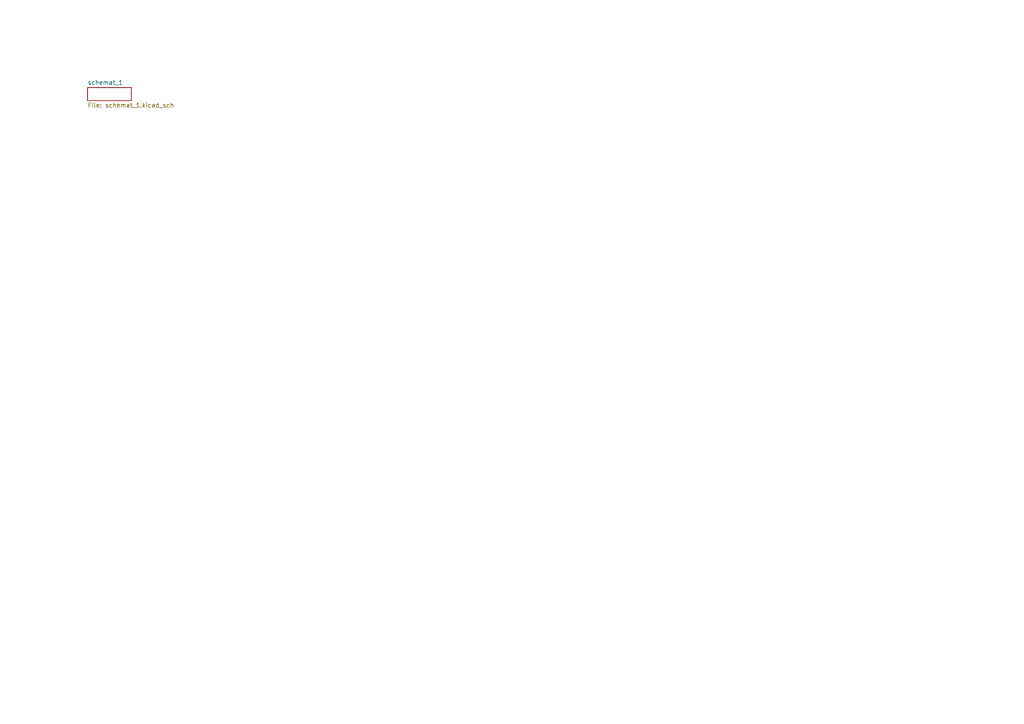
<source format=kicad_sch>
(kicad_sch
	(version 20231120)
	(generator "eeschema")
	(generator_version "8.0")
	(uuid "a3c29813-ab68-4db3-8516-028bf107df6d")
	(paper "A4")
	(lib_symbols)
	(sheet
		(at 25.4 25.4)
		(size 12.7 3.81)
		(fields_autoplaced yes)
		(stroke
			(width 0)
			(type solid)
		)
		(fill
			(color 0 0 0 0.0000)
		)
		(uuid "e4851279-10cd-4ef1-b291-8c6ebae9f160")
		(property "Sheetname" "schemat_1"
			(at 25.4 24.6884 0)
			(effects
				(font
					(size 1.27 1.27)
				)
				(justify left bottom)
			)
		)
		(property "Sheetfile" "schemat_1.kicad_sch"
			(at 25.4 29.7946 0)
			(effects
				(font
					(size 1.27 1.27)
				)
				(justify left top)
			)
		)
		(instances
			(project "schemat"
				(path "/a3c29813-ab68-4db3-8516-028bf107df6d"
					(page "1")
				)
			)
		)
	)
	(sheet_instances
		(path "/"
			(page "1")
		)
	)
)

</source>
